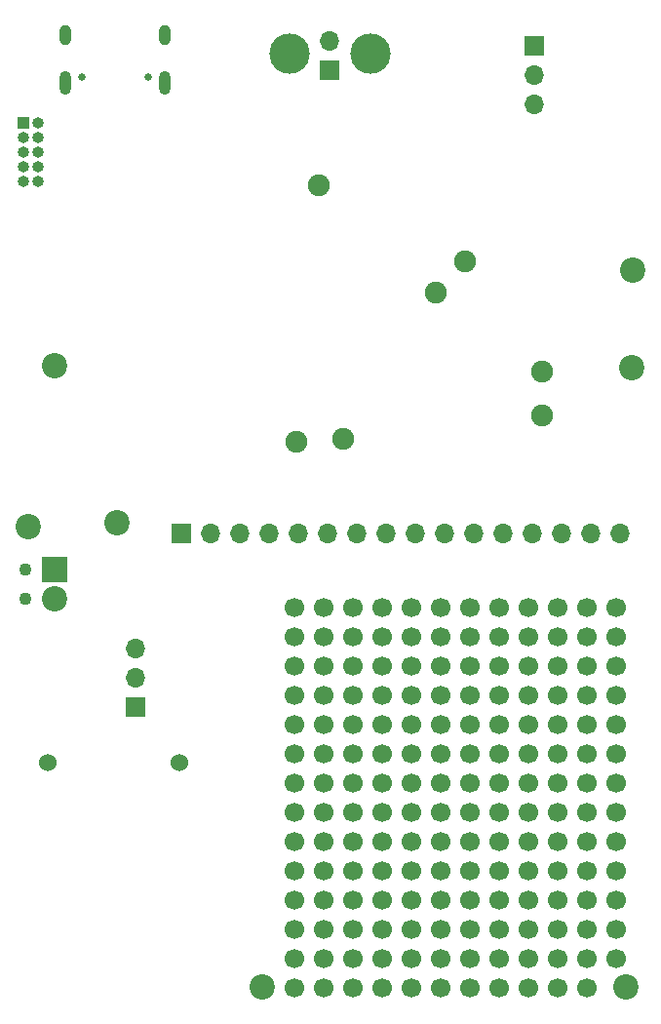
<source format=gbr>
%TF.GenerationSoftware,KiCad,Pcbnew,8.0.6*%
%TF.CreationDate,2024-11-15T11:24:47+01:00*%
%TF.ProjectId,ares-parachute-board,61726573-2d70-4617-9261-63687574652d,rev?*%
%TF.SameCoordinates,Original*%
%TF.FileFunction,Soldermask,Bot*%
%TF.FilePolarity,Negative*%
%FSLAX46Y46*%
G04 Gerber Fmt 4.6, Leading zero omitted, Abs format (unit mm)*
G04 Created by KiCad (PCBNEW 8.0.6) date 2024-11-15 11:24:47*
%MOMM*%
%LPD*%
G01*
G04 APERTURE LIST*
%ADD10C,1.900000*%
%ADD11C,1.700000*%
%ADD12O,1.000000X1.800000*%
%ADD13O,1.000000X2.100000*%
%ADD14C,0.650000*%
%ADD15C,2.200000*%
%ADD16O,1.700000X1.700000*%
%ADD17R,1.700000X1.700000*%
%ADD18C,3.500000*%
%ADD19R,2.200000X2.200000*%
%ADD20C,1.100000*%
%ADD21C,1.524000*%
%ADD22O,1.000000X1.000000*%
%ADD23R,1.000000X1.000000*%
G04 APERTURE END LIST*
D10*
%TO.C,T7*%
X40200006Y65600008D03*
%TD*%
%TO.C,T6*%
X37700006Y62900008D03*
%TD*%
%TO.C,T5*%
X27500006Y72200008D03*
%TD*%
%TO.C,T4*%
X46900006Y52200008D03*
%TD*%
%TO.C,T3*%
X46900006Y55990008D03*
%TD*%
%TO.C,T2*%
X29600006Y50200008D03*
%TD*%
%TO.C,T1*%
X25600006Y49900008D03*
%TD*%
D11*
%TO.C, *%
X25400006Y2540008D03*
%TD*%
%TO.C, *%
X25400006Y5080008D03*
%TD*%
%TO.C, *%
X25400006Y7620008D03*
%TD*%
%TO.C, *%
X25400006Y10160008D03*
%TD*%
%TO.C, *%
X25400006Y12700008D03*
%TD*%
%TO.C, *%
X25400006Y15240008D03*
%TD*%
%TO.C, *%
X25400006Y17780008D03*
%TD*%
%TO.C, *%
X25400006Y20320008D03*
%TD*%
%TO.C, *%
X25400006Y33020008D03*
%TD*%
%TO.C, *%
X25400006Y35560008D03*
%TD*%
%TO.C, *%
X25400006Y27940008D03*
%TD*%
%TO.C, *%
X25400006Y22860008D03*
%TD*%
%TO.C, *%
X25400006Y25400008D03*
%TD*%
%TO.C, *%
X25400006Y30480008D03*
%TD*%
%TO.C, *%
X27940006Y2540008D03*
%TD*%
%TO.C, *%
X27940006Y5080008D03*
%TD*%
%TO.C, *%
X27940006Y7620008D03*
%TD*%
%TO.C, *%
X27940006Y10160008D03*
%TD*%
%TO.C, *%
X27940006Y12700008D03*
%TD*%
%TO.C, *%
X27940006Y15240008D03*
%TD*%
%TO.C, *%
X27940006Y17780008D03*
%TD*%
%TO.C, *%
X27940006Y20320008D03*
%TD*%
%TO.C, *%
X27940006Y33020008D03*
%TD*%
%TO.C, *%
X27940006Y35560008D03*
%TD*%
%TO.C, *%
X27940006Y27940008D03*
%TD*%
%TO.C, *%
X27940006Y22860008D03*
%TD*%
%TO.C, *%
X27940006Y25400008D03*
%TD*%
%TO.C, *%
X27940006Y30480008D03*
%TD*%
%TO.C, *%
X30480006Y2540008D03*
%TD*%
%TO.C, *%
X30480006Y5080008D03*
%TD*%
%TO.C, *%
X30480006Y7620008D03*
%TD*%
%TO.C, *%
X30480006Y10160008D03*
%TD*%
%TO.C, *%
X30480006Y12700008D03*
%TD*%
%TO.C, *%
X30480006Y15240008D03*
%TD*%
%TO.C, *%
X30480006Y17780008D03*
%TD*%
%TO.C, *%
X30480006Y20320008D03*
%TD*%
%TO.C, *%
X30480006Y33020008D03*
%TD*%
%TO.C, *%
X30480006Y35560008D03*
%TD*%
%TO.C, *%
X30480006Y27940008D03*
%TD*%
%TO.C, *%
X30480006Y22860008D03*
%TD*%
%TO.C, *%
X30480006Y25400008D03*
%TD*%
%TO.C, *%
X30480006Y30480008D03*
%TD*%
%TO.C, *%
X33020006Y35560008D03*
%TD*%
%TO.C, *%
X35560006Y35560008D03*
%TD*%
%TO.C, *%
X38100006Y35560008D03*
%TD*%
%TO.C, *%
X40640006Y35560008D03*
%TD*%
%TO.C, *%
X43180006Y35560008D03*
%TD*%
%TO.C, *%
X45720006Y35560008D03*
%TD*%
%TO.C, *%
X48260006Y35560008D03*
%TD*%
%TO.C, *%
X50800006Y35560008D03*
%TD*%
%TO.C, *%
X53340006Y35560008D03*
%TD*%
%TO.C, *%
X33020006Y33020008D03*
%TD*%
%TO.C, *%
X35560006Y33020008D03*
%TD*%
%TO.C, *%
X38100006Y33020008D03*
%TD*%
%TO.C, *%
X40640006Y33020008D03*
%TD*%
%TO.C, *%
X43180006Y33020008D03*
%TD*%
%TO.C, *%
X45720006Y33020008D03*
%TD*%
%TO.C, *%
X48260006Y33020008D03*
%TD*%
%TO.C, *%
X50800006Y33020008D03*
%TD*%
%TO.C, *%
X53340006Y33020008D03*
%TD*%
%TO.C, *%
X33020006Y30480008D03*
%TD*%
%TO.C, *%
X35560006Y30480008D03*
%TD*%
%TO.C, *%
X38100006Y30480008D03*
%TD*%
%TO.C, *%
X40640006Y30480008D03*
%TD*%
%TO.C, *%
X43180006Y30480008D03*
%TD*%
%TO.C, *%
X45720006Y30480008D03*
%TD*%
%TO.C, *%
X48260006Y30480008D03*
%TD*%
%TO.C, *%
X50800006Y30480008D03*
%TD*%
%TO.C, *%
X53340006Y30480008D03*
%TD*%
%TO.C, *%
X33020006Y27940008D03*
%TD*%
%TO.C, *%
X35560006Y27940008D03*
%TD*%
%TO.C, *%
X38100006Y27940008D03*
%TD*%
%TO.C, *%
X40640006Y27940008D03*
%TD*%
%TO.C, *%
X43180006Y27940008D03*
%TD*%
%TO.C, *%
X45720006Y27940008D03*
%TD*%
%TO.C, *%
X48260006Y27940008D03*
%TD*%
%TO.C, *%
X50800006Y27940008D03*
%TD*%
%TO.C, *%
X53340006Y27940008D03*
%TD*%
%TO.C, *%
X33020006Y25400008D03*
%TD*%
%TO.C, *%
X35560006Y25400008D03*
%TD*%
%TO.C, *%
X38100006Y25400008D03*
%TD*%
%TO.C, *%
X40640006Y25400008D03*
%TD*%
%TO.C, *%
X43180006Y25400008D03*
%TD*%
%TO.C, *%
X45720006Y25400008D03*
%TD*%
%TO.C, *%
X48260006Y25400008D03*
%TD*%
%TO.C, *%
X50800006Y25400008D03*
%TD*%
%TO.C, *%
X53340006Y25400008D03*
%TD*%
%TO.C, *%
X33020006Y22860008D03*
%TD*%
%TO.C, *%
X35560006Y22860008D03*
%TD*%
%TO.C, *%
X38100006Y22860008D03*
%TD*%
%TO.C, *%
X40640006Y22860008D03*
%TD*%
%TO.C, *%
X43180006Y22860008D03*
%TD*%
%TO.C, *%
X45720006Y22860008D03*
%TD*%
%TO.C, *%
X48260006Y22860008D03*
%TD*%
%TO.C, *%
X50800006Y22860008D03*
%TD*%
%TO.C, *%
X53340006Y22860008D03*
%TD*%
%TO.C, *%
X33020006Y20320008D03*
%TD*%
%TO.C, *%
X35560006Y20320008D03*
%TD*%
%TO.C, *%
X38100006Y20320008D03*
%TD*%
%TO.C, *%
X40640006Y20320008D03*
%TD*%
%TO.C, *%
X43180006Y20320008D03*
%TD*%
%TO.C, *%
X45720006Y20320008D03*
%TD*%
%TO.C, *%
X48260006Y20320008D03*
%TD*%
%TO.C, *%
X50800006Y20320008D03*
%TD*%
%TO.C, *%
X53340006Y20320008D03*
%TD*%
%TO.C, *%
X33020006Y17780008D03*
%TD*%
%TO.C, *%
X35560006Y17780008D03*
%TD*%
%TO.C, *%
X38100006Y17780008D03*
%TD*%
%TO.C, *%
X40640006Y17780008D03*
%TD*%
%TO.C, *%
X43180006Y17780008D03*
%TD*%
%TO.C, *%
X45720006Y17780008D03*
%TD*%
%TO.C, *%
X48260006Y17780008D03*
%TD*%
%TO.C, *%
X50800006Y17780008D03*
%TD*%
%TO.C, *%
X53340006Y17780008D03*
%TD*%
%TO.C, *%
X33020006Y15240008D03*
%TD*%
%TO.C, *%
X35560006Y15240008D03*
%TD*%
%TO.C, *%
X38100006Y15240008D03*
%TD*%
%TO.C, *%
X40640006Y15240008D03*
%TD*%
%TO.C, *%
X43180006Y15240008D03*
%TD*%
%TO.C, *%
X45720006Y15240008D03*
%TD*%
%TO.C, *%
X48260006Y15240008D03*
%TD*%
%TO.C, *%
X50800006Y15240008D03*
%TD*%
%TO.C, *%
X53340006Y15240008D03*
%TD*%
%TO.C, *%
X33020006Y12700008D03*
%TD*%
%TO.C, *%
X35560006Y12700008D03*
%TD*%
%TO.C, *%
X38100006Y12700008D03*
%TD*%
%TO.C, *%
X40640006Y12700008D03*
%TD*%
%TO.C, *%
X43180006Y12700008D03*
%TD*%
%TO.C, *%
X45720006Y12700008D03*
%TD*%
%TO.C, *%
X48260006Y12700008D03*
%TD*%
%TO.C, *%
X50800006Y12700008D03*
%TD*%
%TO.C, *%
X53340006Y12700008D03*
%TD*%
%TO.C, *%
X33020006Y10160008D03*
%TD*%
%TO.C, *%
X35560006Y10160008D03*
%TD*%
%TO.C, *%
X38100006Y10160008D03*
%TD*%
%TO.C, *%
X40640006Y10160008D03*
%TD*%
%TO.C, *%
X43180006Y10160008D03*
%TD*%
%TO.C, *%
X45720006Y10160008D03*
%TD*%
%TO.C, *%
X48260006Y10160008D03*
%TD*%
%TO.C, *%
X50800006Y10160008D03*
%TD*%
%TO.C, *%
X53340006Y10160008D03*
%TD*%
%TO.C, *%
X33020006Y7620008D03*
%TD*%
%TO.C, *%
X35560006Y7620008D03*
%TD*%
%TO.C, *%
X38100006Y7620008D03*
%TD*%
%TO.C, *%
X40640006Y7620008D03*
%TD*%
%TO.C, *%
X43180006Y7620008D03*
%TD*%
%TO.C, *%
X45720006Y7620008D03*
%TD*%
%TO.C, *%
X48260006Y7620008D03*
%TD*%
%TO.C, *%
X50800006Y7620008D03*
%TD*%
%TO.C, *%
X53340006Y7620008D03*
%TD*%
%TO.C, *%
X33020006Y5080008D03*
%TD*%
%TO.C, *%
X35560006Y5080008D03*
%TD*%
%TO.C, *%
X38100006Y5080008D03*
%TD*%
%TO.C, *%
X40640006Y5080008D03*
%TD*%
%TO.C, *%
X43180006Y5080008D03*
%TD*%
%TO.C, *%
X45720006Y5080008D03*
%TD*%
%TO.C, *%
X48260006Y5080008D03*
%TD*%
%TO.C, *%
X50800006Y5080008D03*
%TD*%
%TO.C, *%
X53340006Y5080008D03*
%TD*%
%TO.C, *%
X33020006Y2540008D03*
%TD*%
%TO.C, *%
X35560006Y2540008D03*
%TD*%
%TO.C, *%
X38100006Y2540008D03*
%TD*%
%TO.C, *%
X40640006Y2540008D03*
%TD*%
%TO.C, *%
X43180006Y2540008D03*
%TD*%
%TO.C, *%
X45720006Y2540008D03*
%TD*%
%TO.C, *%
X48260006Y2540008D03*
%TD*%
%TO.C, *%
X50800006Y2540008D03*
%TD*%
D12*
%TO.C,USB1*%
X5480006Y85265008D03*
X14120006Y85265008D03*
D13*
X5480006Y81115008D03*
X14120006Y81115008D03*
D14*
X6910006Y81615008D03*
X12690006Y81615008D03*
%TD*%
D15*
%TO.C,REF\u002A\u002A*%
X54200006Y2600008D03*
%TD*%
%TO.C,REF\u002A\u002A*%
X22600006Y2600008D03*
%TD*%
%TO.C,REF\u002A\u002A*%
X54800006Y64800008D03*
%TD*%
%TO.C,REF\u002A\u002A*%
X54700006Y56400008D03*
%TD*%
%TO.C,REF\u002A\u002A*%
X10000006Y42900008D03*
%TD*%
%TO.C,REF\u002A\u002A*%
X2300006Y42600008D03*
%TD*%
%TO.C,REF\u002A\u002A*%
X4600006Y56500008D03*
%TD*%
D16*
%TO.C,J1*%
X53680006Y42000008D03*
X51140006Y42000008D03*
X48600006Y42000008D03*
X46060006Y42000008D03*
X43520006Y42000008D03*
X40980006Y42000008D03*
X38440006Y42000008D03*
X35900006Y42000008D03*
X33360006Y42000008D03*
X30820006Y42000008D03*
X28280006Y42000008D03*
X25740006Y42000008D03*
X23200006Y42000008D03*
X20660006Y42000008D03*
X18120006Y42000008D03*
D17*
X15580006Y42000008D03*
%TD*%
D18*
%TO.C,REF\u002A\u002A*%
X25000006Y83600008D03*
%TD*%
D17*
%TO.C,J3*%
X28429006Y82203008D03*
D16*
X28429006Y84743008D03*
%TD*%
D18*
%TO.C,REF\u002A\u002A*%
X31985006Y83586008D03*
%TD*%
D17*
%TO.C,J5*%
X46225006Y84325008D03*
D16*
X46225006Y81785008D03*
X46225006Y79245008D03*
%TD*%
D15*
%TO.C,J6*%
X4600006Y36330008D03*
D19*
X4600006Y38870008D03*
D20*
X2060006Y36330008D03*
X2060006Y38870008D03*
%TD*%
D17*
%TO.C,JP1*%
X11575006Y26875008D03*
D16*
X11575006Y29415008D03*
X11575006Y31955008D03*
%TD*%
D21*
%TO.C,C17*%
X15450006Y22100008D03*
X3950006Y22100008D03*
%TD*%
D22*
%TO.C,J4*%
X3100006Y72560008D03*
X1830006Y72560008D03*
X3100006Y73830008D03*
X1830006Y73830008D03*
X3100006Y75100008D03*
X1830006Y75100008D03*
X3100006Y76370008D03*
X1830006Y76370008D03*
X3100006Y77640008D03*
D23*
X1830006Y77640008D03*
%TD*%
M02*

</source>
